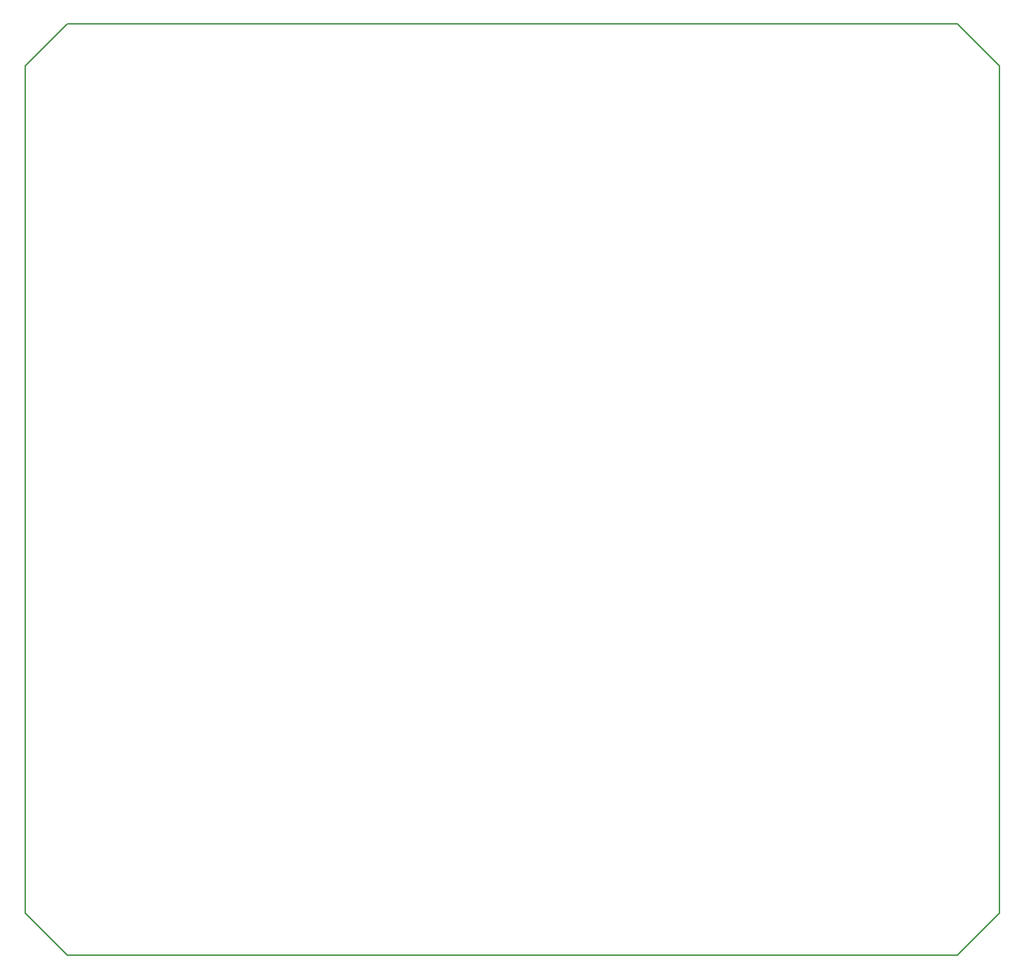
<source format=gko>
G04 #@! TF.FileFunction,Profile,NP*
%FSLAX46Y46*%
G04 Gerber Fmt 4.6, Leading zero omitted, Abs format (unit mm)*
G04 Created by KiCad (PCBNEW 4.0.7-e2-6376~61~ubuntu18.04.1) date Sat Mar 13 17:21:18 2021*
%MOMM*%
%LPD*%
G01*
G04 APERTURE LIST*
%ADD10C,0.100000*%
%ADD11C,0.150000*%
G04 APERTURE END LIST*
D10*
D11*
X194983100Y-148018500D02*
X87541100Y-148018500D01*
X200063100Y-142938500D02*
X194983100Y-148018500D01*
X200063100Y-40640000D02*
X200063100Y-142938500D01*
X194983100Y-35560000D02*
X200063100Y-40640000D01*
X87541100Y-35560000D02*
X194983100Y-35560000D01*
X82461100Y-142938500D02*
X82461100Y-40640000D01*
X87541100Y-148018500D02*
X82461100Y-142938500D01*
X87541100Y-35560000D02*
X82461100Y-40640000D01*
M02*

</source>
